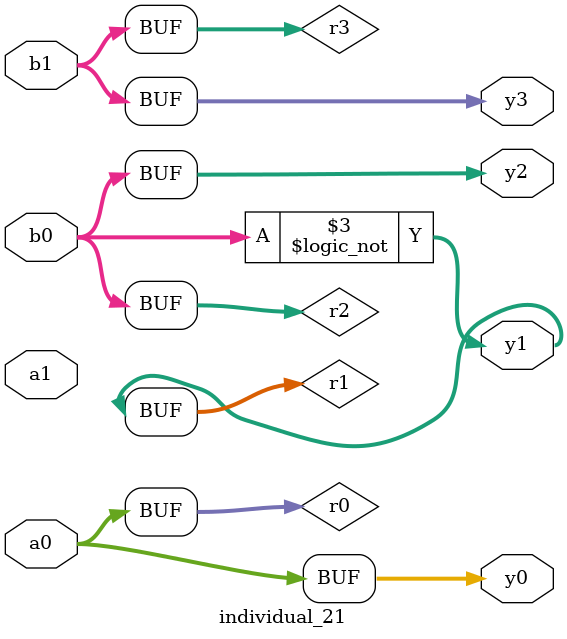
<source format=sv>
module individual_21(input logic [15:0] a1, input logic [15:0] a0, input logic [15:0] b1, input logic [15:0] b0, output logic [15:0] y3, output logic [15:0] y2, output logic [15:0] y1, output logic [15:0] y0);
logic [15:0] r0, r1, r2, r3; 
 always@(*) begin 
	 r0 = a0; r1 = a1; r2 = b0; r3 = b1; 
 	 r1  &=  r1 ;
 	 r1 = ! b0 ;
 	 y3 = r3; y2 = r2; y1 = r1; y0 = r0; 
end
endmodule
</source>
